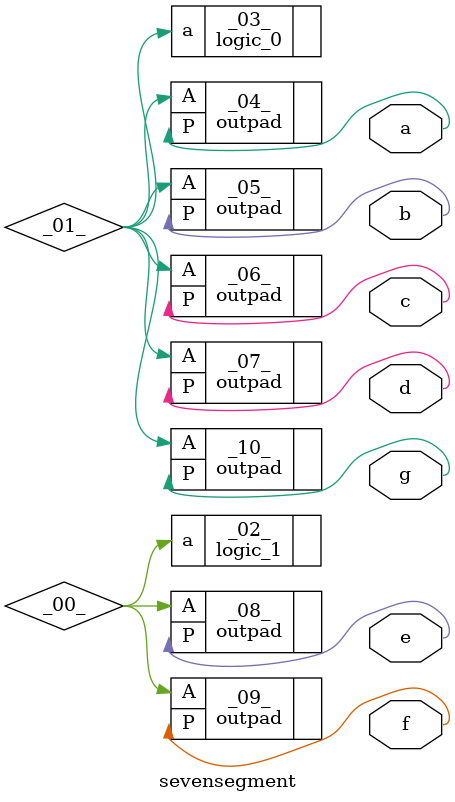
<source format=v>
/* Generated by Yosys 0.9+2406 (git sha1 9ac3484, x86_64-conda_cos6-linux-gnu-gcc 1.24.0.133_b0863d8_dirty -fvisibility-inlines-hidden -fmessage-length=0 -march=nocona -mtune=haswell -ftree-vectorize -fPIC -fstack-protector-strong -fno-plt -O2 -ffunction-sections -fdebug-prefix-map=/root/anaconda3/conda-bld/yosys_1607410735049/work=/usr/local/src/conda/yosys-0.8.0_0003_e80fb742f_20201208_122808 -fdebug-prefix-map=/home/srinivaas/qorc-sdk/fpga_toolchain_install/v1.3.1/conda=/usr/local/src/conda-prefix -fPIC -Os) */

(* top =  1  *)
(* src = "/home/srinivaas/vaman/vaman_exp/sevenseg/seven.v:1.1-24.10" *)
module sevensegment(a, b, c, d, e, f, g);
  wire _00_;
  wire _01_;
  (* src = "/home/srinivaas/vaman/vaman_exp/sevenseg/seven.v:2.8-2.9" *)
  output a;
  (* src = "/home/srinivaas/vaman/vaman_exp/sevenseg/seven.v:2.10-2.11" *)
  output b;
  (* src = "/home/srinivaas/vaman/vaman_exp/sevenseg/seven.v:2.12-2.13" *)
  output c;
  (* src = "/home/srinivaas/vaman/vaman_exp/sevenseg/seven.v:2.14-2.15" *)
  output d;
  (* src = "/home/srinivaas/vaman/vaman_exp/sevenseg/seven.v:2.16-2.17" *)
  output e;
  (* src = "/home/srinivaas/vaman/vaman_exp/sevenseg/seven.v:2.18-2.19" *)
  output f;
  (* src = "/home/srinivaas/vaman/vaman_exp/sevenseg/seven.v:2.20-2.21" *)
  output g;
  logic_1 _02_ (
    .a(_00_)
  );
  logic_0 _03_ (
    .a(_01_)
  );
  (* keep = 32'd1 *)
  outpad #(
    .IO_LOC("X14Y3"),
    .IO_PAD("64"),
    .IO_TYPE("BIDIR")
  ) _04_ (
    .A(_01_),
    .P(a)
  );
  (* keep = 32'd1 *)
  outpad #(
    .IO_LOC("X16Y3"),
    .IO_PAD("62"),
    .IO_TYPE("BIDIR")
  ) _05_ (
    .A(_01_),
    .P(b)
  );
  (* keep = 32'd1 *)
  outpad #(
    .IO_LOC("X22Y3"),
    .IO_PAD("60"),
    .IO_TYPE("BIDIR")
  ) _06_ (
    .A(_01_),
    .P(c)
  );
  (* keep = 32'd1 *)
  outpad #(
    .IO_LOC("X24Y3"),
    .IO_PAD("59"),
    .IO_TYPE("BIDIR")
  ) _07_ (
    .A(_01_),
    .P(d)
  );
  (* keep = 32'd1 *)
  outpad #(
    .IO_LOC("X26Y3"),
    .IO_PAD("57"),
    .IO_TYPE("BIDIR")
  ) _08_ (
    .A(_00_),
    .P(e)
  );
  (* keep = 32'd1 *)
  outpad #(
    .IO_LOC("X28Y3"),
    .IO_PAD("56"),
    .IO_TYPE("BIDIR")
  ) _09_ (
    .A(_00_),
    .P(f)
  );
  (* keep = 32'd1 *)
  outpad #(
    .IO_LOC("X30Y3"),
    .IO_PAD("55"),
    .IO_TYPE("BIDIR")
  ) _10_ (
    .A(_01_),
    .P(g)
  );
endmodule

</source>
